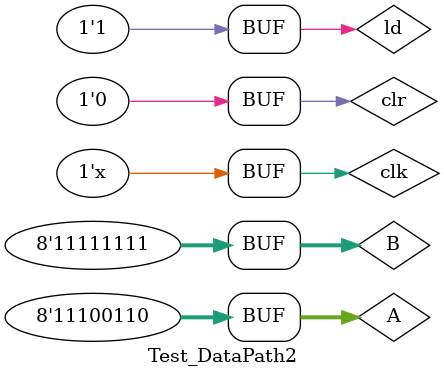
<source format=v>
`timescale 1ns / 1ps

module Test_DataPath2();
reg [7:0]A,B;
reg clk,ld,clr;
wire [7:0]outA,outB,outC;

datapath2 dut(A,B,ld,clr,clk,outA,outB,outC);

initial begin
    A=0;B=0;ld=0;clr=0;clk=0;
    #100;
    A=0;B=0;ld=1;clr=0;clk=1;
    #10;
    A=9;B=2;ld=1;clr=0;clk=1;
    #10;
    A=20;B=4;ld=1;clr=0;clk=1;
    #10;
    A=-3;B=30;ld=1;clr=0;clk=1;
    #10;
    A=230;B=255;ld=1;clr=0;clk=1;
end

always #10 clk = ~clk;
endmodule

</source>
